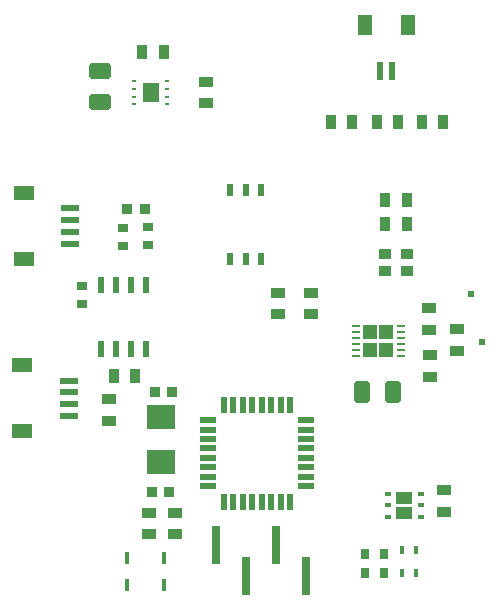
<source format=gtp>
G04*
G04 #@! TF.GenerationSoftware,Altium Limited,Altium Designer,23.7.1 (13)*
G04*
G04 Layer_Color=8421504*
%FSLAX25Y25*%
%MOIN*%
G70*
G04*
G04 #@! TF.SameCoordinates,FE150CF2-D92F-4AEA-AE3F-07D5F2836877*
G04*
G04*
G04 #@! TF.FilePolarity,Positive*
G04*
G01*
G75*
%ADD14R,0.04528X0.04528*%
%ADD15R,0.02400X0.02200*%
%ADD16R,0.04921X0.03347*%
%ADD17R,0.03347X0.04921*%
%ADD18R,0.01997X0.05756*%
%ADD19R,0.05756X0.01997*%
%ADD20R,0.09449X0.07874*%
%ADD21R,0.01811X0.04331*%
%ADD22R,0.02500X0.13156*%
%ADD23R,0.02197X0.04156*%
%ADD24R,0.04724X0.07087*%
%ADD25R,0.02362X0.06102*%
G04:AMPARAMS|DCode=26|XSize=55.12mil|YSize=70.87mil|CornerRadius=6.89mil|HoleSize=0mil|Usage=FLASHONLY|Rotation=180.000|XOffset=0mil|YOffset=0mil|HoleType=Round|Shape=RoundedRectangle|*
%AMROUNDEDRECTD26*
21,1,0.05512,0.05709,0,0,180.0*
21,1,0.04134,0.07087,0,0,180.0*
1,1,0.01378,-0.02067,0.02854*
1,1,0.01378,0.02067,0.02854*
1,1,0.01378,0.02067,-0.02854*
1,1,0.01378,-0.02067,-0.02854*
%
%ADD26ROUNDEDRECTD26*%
G04:AMPARAMS|DCode=27|XSize=55.12mil|YSize=70.87mil|CornerRadius=6.89mil|HoleSize=0mil|Usage=FLASHONLY|Rotation=270.000|XOffset=0mil|YOffset=0mil|HoleType=Round|Shape=RoundedRectangle|*
%AMROUNDEDRECTD27*
21,1,0.05512,0.05709,0,0,270.0*
21,1,0.04134,0.07087,0,0,270.0*
1,1,0.01378,-0.02854,-0.02067*
1,1,0.01378,-0.02854,0.02067*
1,1,0.01378,0.02854,0.02067*
1,1,0.01378,0.02854,-0.02067*
%
%ADD27ROUNDEDRECTD27*%
%ADD28O,0.01562X0.00381*%
%ADD29R,0.02362X0.01575*%
%ADD30R,0.01600X0.02800*%
%ADD31R,0.06102X0.02362*%
%ADD32R,0.07087X0.04724*%
%ADD33R,0.04100X0.03700*%
G04:AMPARAMS|DCode=34|XSize=23.62mil|YSize=9.84mil|CornerRadius=1.23mil|HoleSize=0mil|Usage=FLASHONLY|Rotation=0.000|XOffset=0mil|YOffset=0mil|HoleType=Round|Shape=RoundedRectangle|*
%AMROUNDEDRECTD34*
21,1,0.02362,0.00738,0,0,0.0*
21,1,0.02116,0.00984,0,0,0.0*
1,1,0.00246,0.01058,-0.00369*
1,1,0.00246,-0.01058,-0.00369*
1,1,0.00246,-0.01058,0.00369*
1,1,0.00246,0.01058,0.00369*
%
%ADD34ROUNDEDRECTD34*%
%ADD35R,0.02197X0.05728*%
%ADD36R,0.02978X0.03200*%
%ADD37R,0.03200X0.02978*%
%ADD38R,0.03378X0.03200*%
G36*
X134685Y36614D02*
Y32441D01*
X140118D01*
Y36614D01*
X134685D01*
D02*
G37*
G36*
Y41575D02*
Y37402D01*
X140118D01*
Y41575D01*
X134685D01*
D02*
G37*
G36*
X55663Y171463D02*
Y177703D01*
X50218D01*
Y171463D01*
X55663D01*
D02*
G37*
D14*
X126063Y88779D02*
D03*
X131417D02*
D03*
X126063Y94685D02*
D03*
X131417D02*
D03*
D15*
X163285Y91547D02*
D03*
X159611Y107547D02*
D03*
D16*
X155118Y95768D02*
D03*
Y88484D02*
D03*
X95276Y100689D02*
D03*
Y107972D02*
D03*
X106299Y100689D02*
D03*
Y107972D02*
D03*
X146063Y79823D02*
D03*
Y87106D02*
D03*
X145669Y102854D02*
D03*
Y95571D02*
D03*
X52492Y27343D02*
D03*
Y34626D02*
D03*
X61122Y27327D02*
D03*
Y34610D02*
D03*
X38996Y72555D02*
D03*
Y65272D02*
D03*
X71437Y170988D02*
D03*
Y178272D02*
D03*
X150787Y42224D02*
D03*
Y34941D02*
D03*
D17*
X128248Y164961D02*
D03*
X135531D02*
D03*
X120177D02*
D03*
X112894D02*
D03*
X150492D02*
D03*
X143209D02*
D03*
X131150Y138957D02*
D03*
X138433D02*
D03*
X130968Y130972D02*
D03*
X138252D02*
D03*
X40547Y80079D02*
D03*
X47831D02*
D03*
X57268Y188126D02*
D03*
X49984D02*
D03*
D18*
X77362Y70602D02*
D03*
X80512D02*
D03*
X83661D02*
D03*
X86811D02*
D03*
X89961D02*
D03*
X93110D02*
D03*
X96260D02*
D03*
X99410D02*
D03*
Y38202D02*
D03*
X96260D02*
D03*
X93110D02*
D03*
X89961D02*
D03*
X86811D02*
D03*
X83661D02*
D03*
X80512D02*
D03*
X77362D02*
D03*
D19*
X104586Y65425D02*
D03*
Y62276D02*
D03*
Y59126D02*
D03*
Y55976D02*
D03*
Y52827D02*
D03*
Y49677D02*
D03*
Y46528D02*
D03*
Y43378D02*
D03*
X72186D02*
D03*
Y46528D02*
D03*
Y49677D02*
D03*
Y52827D02*
D03*
Y55976D02*
D03*
Y59126D02*
D03*
Y62276D02*
D03*
Y65425D02*
D03*
D20*
X56346Y66327D02*
D03*
Y51366D02*
D03*
D21*
X57480Y10433D02*
D03*
Y19488D02*
D03*
X44882Y10433D02*
D03*
Y19488D02*
D03*
D22*
X104547Y13565D02*
D03*
X94547Y23965D02*
D03*
X84547Y13565D02*
D03*
X74547Y23965D02*
D03*
D23*
X79528Y142209D02*
D03*
X84646D02*
D03*
X89764D02*
D03*
Y119209D02*
D03*
X84646D02*
D03*
X79528D02*
D03*
D24*
X124409Y197244D02*
D03*
X138583D02*
D03*
D25*
X129528Y181890D02*
D03*
X133465D02*
D03*
D26*
X133661Y74803D02*
D03*
X123425D02*
D03*
D27*
X36169Y171634D02*
D03*
Y181870D02*
D03*
D28*
X47429Y170744D02*
D03*
Y173303D02*
D03*
Y175862D02*
D03*
Y178421D02*
D03*
X58453D02*
D03*
Y175862D02*
D03*
Y173303D02*
D03*
Y170744D02*
D03*
D29*
X131890Y40945D02*
D03*
Y37008D02*
D03*
Y33071D02*
D03*
X142913D02*
D03*
Y37008D02*
D03*
Y40945D02*
D03*
D30*
X136626Y14567D02*
D03*
X141326D02*
D03*
X136626Y22047D02*
D03*
X141326D02*
D03*
D31*
X25547Y78638D02*
D03*
Y74701D02*
D03*
Y70764D02*
D03*
Y66827D02*
D03*
X26047Y136079D02*
D03*
Y132142D02*
D03*
Y128205D02*
D03*
Y124268D02*
D03*
D32*
X10193Y83756D02*
D03*
Y61709D02*
D03*
X10693Y141197D02*
D03*
Y119150D02*
D03*
D33*
X138287Y115260D02*
D03*
X131004D02*
D03*
Y120960D02*
D03*
X138287D02*
D03*
D34*
X136221Y92716D02*
D03*
Y86811D02*
D03*
Y88779D02*
D03*
Y90748D02*
D03*
Y94685D02*
D03*
Y96653D02*
D03*
X121260Y86811D02*
D03*
Y88779D02*
D03*
Y90748D02*
D03*
Y92716D02*
D03*
Y94685D02*
D03*
Y96653D02*
D03*
D35*
X36354Y89203D02*
D03*
X41354D02*
D03*
X46354D02*
D03*
X51354D02*
D03*
Y110631D02*
D03*
X46354D02*
D03*
X41354D02*
D03*
X36354D02*
D03*
D36*
X130598Y14567D02*
D03*
X124520D02*
D03*
X130598Y20866D02*
D03*
X124520D02*
D03*
D37*
X51925Y129744D02*
D03*
Y123666D02*
D03*
X29921Y104048D02*
D03*
Y110126D02*
D03*
X43728Y123532D02*
D03*
Y129610D02*
D03*
D38*
X59926Y74803D02*
D03*
X54248D02*
D03*
X59138Y41339D02*
D03*
X53460D02*
D03*
X50871Y135827D02*
D03*
X45193D02*
D03*
M02*

</source>
